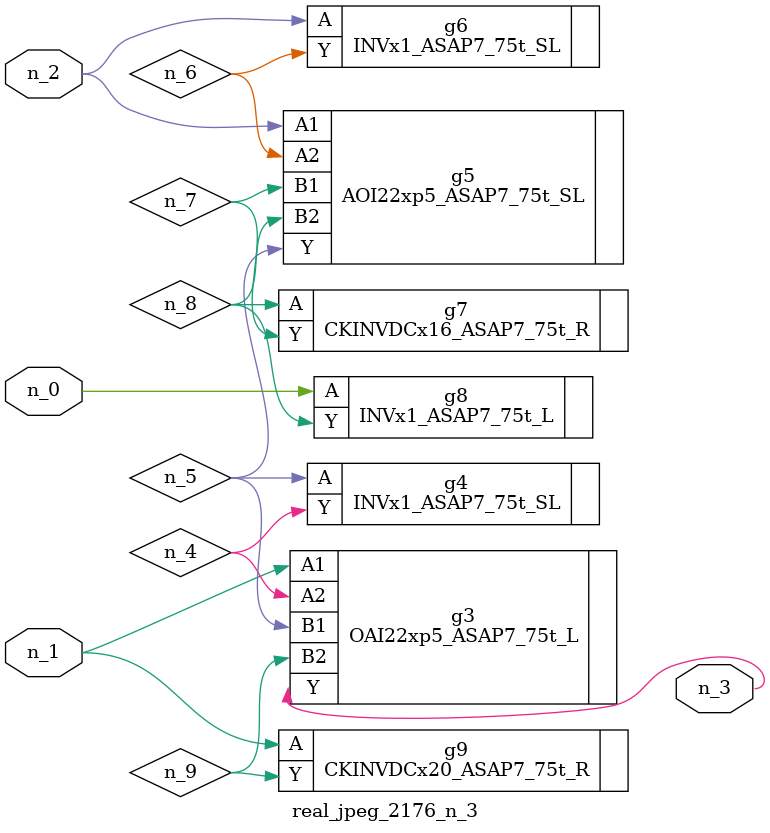
<source format=v>
module real_jpeg_2176_n_3 (n_1, n_0, n_2, n_3);

input n_1;
input n_0;
input n_2;

output n_3;

wire n_5;
wire n_4;
wire n_8;
wire n_6;
wire n_7;
wire n_9;

INVx1_ASAP7_75t_L g8 ( 
.A(n_0),
.Y(n_8)
);

OAI22xp5_ASAP7_75t_L g3 ( 
.A1(n_1),
.A2(n_4),
.B1(n_5),
.B2(n_9),
.Y(n_3)
);

CKINVDCx20_ASAP7_75t_R g9 ( 
.A(n_1),
.Y(n_9)
);

AOI22xp5_ASAP7_75t_SL g5 ( 
.A1(n_2),
.A2(n_6),
.B1(n_7),
.B2(n_8),
.Y(n_5)
);

INVx1_ASAP7_75t_SL g6 ( 
.A(n_2),
.Y(n_6)
);

INVx1_ASAP7_75t_SL g4 ( 
.A(n_5),
.Y(n_4)
);

CKINVDCx16_ASAP7_75t_R g7 ( 
.A(n_8),
.Y(n_7)
);


endmodule
</source>
